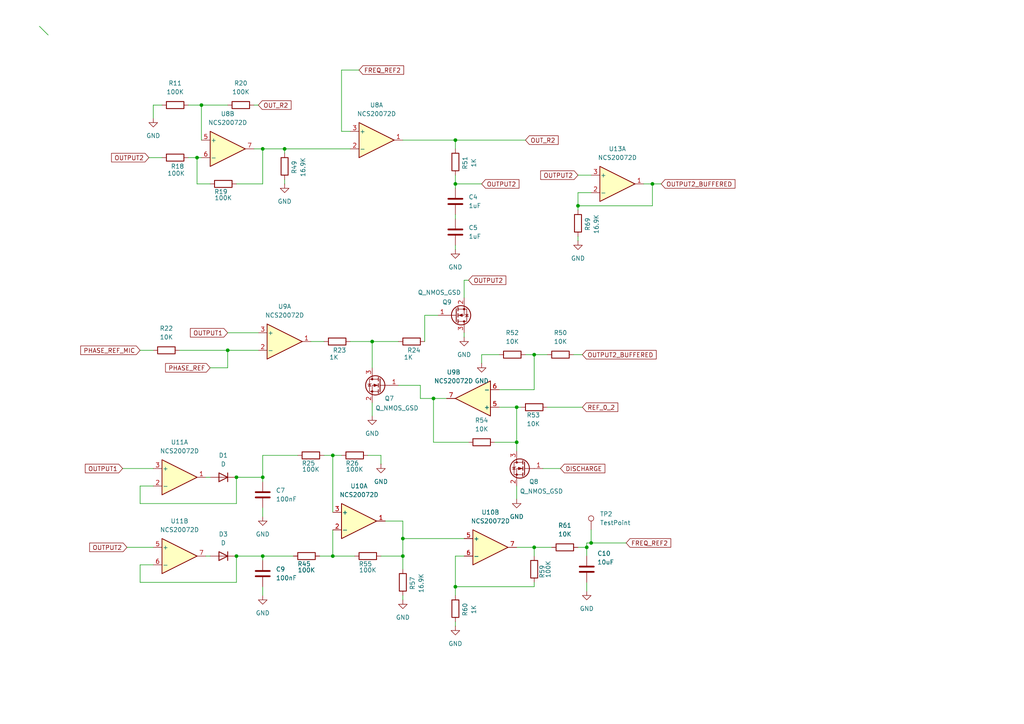
<source format=kicad_sch>
(kicad_sch (version 20250114) (generator "eeschema") (generator_version "9.0")
  (paper "A4")
  (lib_symbols
    (symbol "Amplifier_Operational:NCS20072D" (pin_names (offset 0.127))
      (property "Reference" "U" (at 2.54 6.35 0))
      (property "Value" "NCS20072D" (at 2.54 3.81 0))
      (symbol "NCS20072D_1_1"
        (polyline (pts (xy 5.08 0) (xy -5.08 5.08) (xy -5.08 -5.08) (xy 5.08 0)) (stroke (width 0.254)) (fill (type background)))
        (pin input line (at -7.62 2.54 0) (length 2.54) (name "+") (number "3"))
        (pin input line (at -7.62 -2.54 0) (length 2.54) (name "-") (number "2"))
        (pin output line (at 7.62 0 180) (length 2.54) (name "~") (number "1"))
      )
      (symbol "NCS20072D_2_1"
        (polyline (pts (xy 5.08 0) (xy -5.08 5.08) (xy -5.08 -5.08) (xy 5.08 0)) (stroke (width 0.254)) (fill (type background)))
        (pin input line (at -7.62 2.54 0) (length 2.54) (name "+") (number "5"))
        (pin input line (at -7.62 -2.54 0) (length 2.54) (name "-") (number "6"))
        (pin output line (at 7.62 0 180) (length 2.54) (name "~") (number "7"))
      )
      (symbol "NCS20072D_3_1"
        (pin power_in line (at 0 7.62 270) (length 3.81) (name "V+") (number "8"))
        (pin power_in line (at 0 -7.62 90) (length 3.81) (name "V-") (number "4"))
      )
    )
    (symbol "Connector:TestPoint" (pin_numbers (hide yes)) (pin_names (offset 0.762) (hide yes))
      (property "Reference" "TP" (at 0 6.858 0))
      (property "Value" "TestPoint" (at 0 5.08 0))
      (symbol "TestPoint_0_1"
        (circle (center 0 3.302) (radius 0.762))
      )
      (symbol "TestPoint_1_1"
        (pin passive line (at 0 0 90) (length 2.54) (name "1") (number "1"))
      )
    )
    (symbol "Device:C" (pin_numbers (hide yes)) (pin_names (offset 0.254))
      (property "Reference" "C" (at 0.635 2.54 0))
      (property "Value" "C" (at 0.635 -2.54 0))
      (symbol "C_0_1"
        (polyline (pts (xy -2.032 0.762) (xy 2.032 0.762)) (stroke (width 0.508)))
        (polyline (pts (xy -2.032 -0.762) (xy 2.032 -0.762)) (stroke (width 0.508)))
      )
      (symbol "C_1_1"
        (pin passive line (at 0 3.81 270) (length 2.794) (name "~") (number "1"))
        (pin passive line (at 0 -3.81 90) (length 2.794) (name "~") (number "2"))
      )
    )
    (symbol "Device:D" (pin_numbers (hide yes)) (pin_names (offset 1.016) (hide yes))
      (property "Reference" "D" (at 0 2.54 0))
      (property "Value" "D" (at 0 -2.54 0))
      (symbol "D_0_1"
        (polyline (pts (xy -1.27 1.27) (xy -1.27 -1.27)) (stroke (width 0.254)))
        (polyline (pts (xy 1.27 1.27) (xy 1.27 -1.27) (xy -1.27 0) (xy 1.27 1.27)) (stroke (width 0.254)))
        (polyline (pts (xy 1.27 0) (xy -1.27 0)))
      )
      (symbol "D_1_1"
        (pin passive line (at -3.81 0 0) (length 2.54) (name "K") (number "1"))
        (pin passive line (at 3.81 0 180) (length 2.54) (name "A") (number "2"))
      )
    )
    (symbol "Device:Q_NMOS_GSD" (pin_names (offset 0) (hide yes))
      (property "Reference" "Q" (at 5.08 1.27 0))
      (property "Value" "Q_NMOS_GSD" (at 5.08 -1.27 0))
      (symbol "Q_NMOS_GSD_0_1"
        (polyline (pts (xy 0.254 1.905) (xy 0.254 -1.905)) (stroke (width 0.254)))
        (polyline (pts (xy 0.254 0) (xy -2.54 0)))
        (polyline (pts (xy 0.762 2.286) (xy 0.762 1.27)) (stroke (width 0.254)))
        (polyline (pts (xy 0.762 0.508) (xy 0.762 -0.508)) (stroke (width 0.254)))
        (polyline (pts (xy 0.762 -1.27) (xy 0.762 -2.286)) (stroke (width 0.254)))
        (polyline (pts (xy 0.762 -1.778) (xy 3.302 -1.778) (xy 3.302 1.778) (xy 0.762 1.778)))
        (polyline (pts (xy 1.016 0) (xy 2.032 0.381) (xy 2.032 -0.381) (xy 1.016 0)) (fill (type outline)))
        (circle (center 1.651 0) (radius 2.794) (stroke (width 0.254)))
        (polyline (pts (xy 2.54 2.54) (xy 2.54 1.778)))
        (circle (center 2.54 1.778) (radius 0.254) (fill (type outline)))
        (circle (center 2.54 -1.778) (radius 0.254) (fill (type outline)))
        (polyline (pts (xy 2.54 -2.54) (xy 2.54 0) (xy 0.762 0)))
        (polyline (pts (xy 2.794 0.508) (xy 2.921 0.381) (xy 3.683 0.381) (xy 3.81 0.254)))
        (polyline (pts (xy 3.302 0.381) (xy 2.921 -0.254) (xy 3.683 -0.254) (xy 3.302 0.381)))
      )
      (symbol "Q_NMOS_GSD_1_1"
        (pin input line (at -5.08 0 0) (length 2.54) (name "G") (number "1"))
        (pin passive line (at 2.54 5.08 270) (length 2.54) (name "D") (number "3"))
        (pin passive line (at 2.54 -5.08 90) (length 2.54) (name "S") (number "2"))
      )
    )
    (symbol "Device:R" (pin_numbers (hide yes)) (pin_names (offset 0))
      (property "Reference" "R" (at 2.032 0 90))
      (property "Value" "R" (at 0 0 90))
      (symbol "R_0_1"
        (rectangle (start -1.016 -2.54) (end 1.016 2.54) (stroke (width 0.254)))
      )
      (symbol "R_1_1"
        (pin passive line (at 0 3.81 270) (length 1.27) (name "~") (number "1"))
        (pin passive line (at 0 -3.81 90) (length 1.27) (name "~") (number "2"))
      )
    )
    (symbol "power:GND" (power) (pin_numbers (hide yes)) (pin_names (offset 0) (hide yes))
      (property "Value" "GND" (at 0 -3.81 0))
      (symbol "GND_0_1"
        (polyline (pts (xy 0 0) (xy 0 -1.27) (xy 1.27 -1.27) (xy 0 -2.54) (xy -1.27 -1.27) (xy 0 -1.27)))
      )
      (symbol "GND_1_1"
        (pin power_in line (at 0 0 270) (length 0) (name "~") (number "1"))
      )
    )
  )
  (junction (at 149.86 128.27))
  (junction (at 132.08 170.18))
  (junction (at 76.2 43.18))
  (junction (at 96.52 132.08))
  (junction (at 132.08 53.34))
  (junction (at 189.23 53.34))
  (junction (at 167.64 59.69))
  (junction (at 132.08 40.64))
  (junction (at 116.84 161.29))
  (junction (at 76.2 138.43))
  (junction (at 57.15 45.72))
  (junction (at 76.2 161.29))
  (junction (at 149.86 118.11))
  (junction (at 154.94 102.87))
  (junction (at 107.95 99.06))
  (junction (at 66.04 101.6))
  (junction (at 116.84 156.21))
  (junction (at 68.58 138.43))
  (junction (at 96.52 161.29))
  (junction (at 154.94 158.75))
  (junction (at 68.58 161.29))
  (junction (at 58.42 30.48))
  (junction (at 125.73 115.57))
  (junction (at 171.45 157.48))
  (junction (at 170.18 158.75))
  (junction (at 82.55 43.18))
  (bus_entry (at 11.43 7.62) (size 2.54 2.54))
  (wire (pts (xy 149.86 140.97) (xy 149.86 144.78)))
  (wire (pts (xy 99.06 38.1) (xy 101.6 38.1)))
  (wire (pts (xy 60.96 161.29) (xy 59.69 161.29)))
  (wire (pts (xy 66.04 101.6) (xy 74.93 101.6)))
  (wire (pts (xy 116.84 40.64) (xy 132.08 40.64)))
  (wire (pts (xy 76.2 43.18) (xy 82.55 43.18)))
  (wire (pts (xy 132.08 161.29) (xy 134.62 161.29)))
  (wire (pts (xy 144.78 113.03) (xy 154.94 113.03)))
  (wire (pts (xy 73.66 30.48) (xy 74.93 30.48)))
  (wire (pts (xy 76.2 138.43) (xy 76.2 132.08)))
  (wire (pts (xy 167.64 59.69) (xy 167.64 60.96)))
  (wire (pts (xy 66.04 106.68) (xy 66.04 101.6)))
  (wire (pts (xy 116.84 151.13) (xy 111.76 151.13)))
  (wire (pts (xy 76.2 161.29) (xy 85.09 161.29)))
  (wire (pts (xy 35.56 135.89) (xy 44.45 135.89)))
  (wire (pts (xy 189.23 53.34) (xy 191.77 53.34)))
  (wire (pts (xy 76.2 132.08) (xy 86.36 132.08)))
  (wire (pts (xy 167.64 55.88) (xy 171.45 55.88)))
  (wire (pts (xy 143.51 128.27) (xy 149.86 128.27)))
  (wire (pts (xy 110.49 161.29) (xy 116.84 161.29)))
  (wire (pts (xy 116.84 151.13) (xy 116.84 156.21)))
  (wire (pts (xy 76.2 161.29) (xy 76.2 162.56)))
  (wire (pts (xy 167.64 59.69) (xy 189.23 59.69)))
  (wire (pts (xy 132.08 53.34) (xy 132.08 54.61)))
  (wire (pts (xy 149.86 128.27) (xy 149.86 118.11)))
  (wire (pts (xy 135.89 81.28) (xy 134.62 81.28)))
  (wire (pts (xy 181.61 157.48) (xy 171.45 157.48)))
  (wire (pts (xy 158.75 118.11) (xy 168.91 118.11)))
  (wire (pts (xy 189.23 59.69) (xy 189.23 53.34)))
  (wire (pts (xy 134.62 81.28) (xy 134.62 86.36)))
  (wire (pts (xy 171.45 153.67) (xy 171.45 157.48)))
  (wire (pts (xy 170.18 157.48) (xy 170.18 158.75)))
  (wire (pts (xy 40.64 168.91) (xy 40.64 163.83)))
  (wire (pts (xy 154.94 168.91) (xy 154.94 170.18)))
  (wire (pts (xy 68.58 138.43) (xy 68.58 146.05)))
  (wire (pts (xy 125.73 128.27) (xy 125.73 115.57)))
  (wire (pts (xy 123.19 91.44) (xy 127 91.44)))
  (wire (pts (xy 96.52 161.29) (xy 96.52 153.67)))
  (wire (pts (xy 116.84 156.21) (xy 116.84 161.29)))
  (wire (pts (xy 121.92 111.76) (xy 115.57 111.76)))
  (wire (pts (xy 110.49 134.62) (xy 110.49 132.08)))
  (wire (pts (xy 134.62 96.52) (xy 134.62 97.79)))
  (wire (pts (xy 60.96 138.43) (xy 59.69 138.43)))
  (wire (pts (xy 170.18 168.91) (xy 170.18 171.45)))
  (wire (pts (xy 166.37 102.87) (xy 168.91 102.87)))
  (wire (pts (xy 152.4 102.87) (xy 154.94 102.87)))
  (wire (pts (xy 149.86 118.11) (xy 151.13 118.11)))
  (wire (pts (xy 132.08 40.64) (xy 152.4 40.64)))
  (wire (pts (xy 132.08 72.39) (xy 132.08 71.12)))
  (wire (pts (xy 125.73 115.57) (xy 129.54 115.57)))
  (wire (pts (xy 132.08 172.72) (xy 132.08 170.18)))
  (wire (pts (xy 44.45 30.48) (xy 46.99 30.48)))
  (wire (pts (xy 73.66 43.18) (xy 76.2 43.18)))
  (wire (pts (xy 189.23 53.34) (xy 186.69 53.34)))
  (wire (pts (xy 58.42 30.48) (xy 66.04 30.48)))
  (wire (pts (xy 52.07 101.6) (xy 66.04 101.6)))
  (wire (pts (xy 57.15 53.34) (xy 60.96 53.34)))
  (wire (pts (xy 132.08 62.23) (xy 132.08 63.5)))
  (wire (pts (xy 93.98 132.08) (xy 96.52 132.08)))
  (wire (pts (xy 149.86 128.27) (xy 149.86 130.81)))
  (wire (pts (xy 135.89 128.27) (xy 125.73 128.27)))
  (wire (pts (xy 68.58 161.29) (xy 76.2 161.29)))
  (wire (pts (xy 170.18 158.75) (xy 170.18 161.29)))
  (wire (pts (xy 76.2 147.32) (xy 76.2 149.86)))
  (wire (pts (xy 132.08 40.64) (xy 132.08 43.18)))
  (wire (pts (xy 43.18 45.72) (xy 46.99 45.72)))
  (wire (pts (xy 40.64 101.6) (xy 44.45 101.6)))
  (wire (pts (xy 132.08 170.18) (xy 132.08 161.29)))
  (wire (pts (xy 96.52 132.08) (xy 96.52 148.59)))
  (wire (pts (xy 96.52 132.08) (xy 99.06 132.08)))
  (wire (pts (xy 123.19 99.06) (xy 123.19 91.44)))
  (wire (pts (xy 132.08 180.34) (xy 132.08 181.61)))
  (wire (pts (xy 57.15 45.72) (xy 58.42 45.72)))
  (wire (pts (xy 36.83 158.75) (xy 44.45 158.75)))
  (wire (pts (xy 68.58 168.91) (xy 40.64 168.91)))
  (wire (pts (xy 154.94 170.18) (xy 132.08 170.18)))
  (wire (pts (xy 154.94 113.03) (xy 154.94 102.87)))
  (wire (pts (xy 40.64 146.05) (xy 40.64 140.97)))
  (wire (pts (xy 132.08 53.34) (xy 139.7 53.34)))
  (wire (pts (xy 40.64 163.83) (xy 44.45 163.83)))
  (wire (pts (xy 96.52 161.29) (xy 102.87 161.29)))
  (wire (pts (xy 116.84 161.29) (xy 116.84 165.1)))
  (wire (pts (xy 82.55 52.07) (xy 82.55 53.34)))
  (wire (pts (xy 149.86 158.75) (xy 154.94 158.75)))
  (wire (pts (xy 68.58 53.34) (xy 76.2 53.34)))
  (wire (pts (xy 66.04 96.52) (xy 74.93 96.52)))
  (wire (pts (xy 116.84 156.21) (xy 134.62 156.21)))
  (wire (pts (xy 167.64 55.88) (xy 167.64 59.69)))
  (wire (pts (xy 121.92 115.57) (xy 121.92 111.76)))
  (wire (pts (xy 116.84 172.72) (xy 116.84 173.99)))
  (wire (pts (xy 144.78 118.11) (xy 149.86 118.11)))
  (wire (pts (xy 167.64 68.58) (xy 167.64 69.85)))
  (wire (pts (xy 139.7 102.87) (xy 144.78 102.87)))
  (wire (pts (xy 167.64 158.75) (xy 170.18 158.75)))
  (wire (pts (xy 154.94 158.75) (xy 160.02 158.75)))
  (wire (pts (xy 60.96 106.68) (xy 66.04 106.68)))
  (wire (pts (xy 68.58 146.05) (xy 40.64 146.05)))
  (wire (pts (xy 167.64 50.8) (xy 171.45 50.8)))
  (wire (pts (xy 76.2 170.18) (xy 76.2 172.72)))
  (wire (pts (xy 154.94 158.75) (xy 154.94 161.29)))
  (wire (pts (xy 125.73 115.57) (xy 121.92 115.57)))
  (wire (pts (xy 40.64 140.97) (xy 44.45 140.97)))
  (wire (pts (xy 44.45 30.48) (xy 44.45 34.29)))
  (wire (pts (xy 92.71 161.29) (xy 96.52 161.29)))
  (wire (pts (xy 68.58 138.43) (xy 76.2 138.43)))
  (wire (pts (xy 76.2 138.43) (xy 76.2 139.7)))
  (wire (pts (xy 68.58 161.29) (xy 68.58 168.91)))
  (wire (pts (xy 110.49 132.08) (xy 106.68 132.08)))
  (wire (pts (xy 104.14 20.32) (xy 99.06 20.32)))
  (wire (pts (xy 101.6 99.06) (xy 107.95 99.06)))
  (wire (pts (xy 171.45 157.48) (xy 170.18 157.48)))
  (wire (pts (xy 154.94 102.87) (xy 158.75 102.87)))
  (wire (pts (xy 82.55 43.18) (xy 82.55 44.45)))
  (wire (pts (xy 90.17 99.06) (xy 93.98 99.06)))
  (wire (pts (xy 107.95 99.06) (xy 115.57 99.06)))
  (wire (pts (xy 157.48 135.89) (xy 162.56 135.89)))
  (wire (pts (xy 139.7 105.41) (xy 139.7 102.87)))
  (wire (pts (xy 99.06 20.32) (xy 99.06 38.1)))
  (wire (pts (xy 132.08 50.8) (xy 132.08 53.34)))
  (wire (pts (xy 107.95 99.06) (xy 107.95 106.68)))
  (wire (pts (xy 82.55 43.18) (xy 101.6 43.18)))
  (wire (pts (xy 57.15 45.72) (xy 57.15 53.34)))
  (wire (pts (xy 54.61 30.48) (xy 58.42 30.48)))
  (wire (pts (xy 58.42 30.48) (xy 58.42 40.64)))
  (wire (pts (xy 54.61 45.72) (xy 57.15 45.72)))
  (wire (pts (xy 76.2 53.34) (xy 76.2 43.18)))
  (wire (pts (xy 107.95 116.84) (xy 107.95 120.65)))
  (global_label "OUTPUT2" (shape input) (at 139.7 53.34 0) (property "Intersheetrefs" "${INTERSHEET_REFS}" (effects (hide yes))))
  (global_label "REF_0_2" (shape input) (at 168.91 118.11 0) (property "Intersheetrefs" "${INTERSHEET_REFS}" (effects (hide yes))))
  (global_label "OUTPUT1" (shape input) (at 66.04 96.52 180) (property "Intersheetrefs" "${INTERSHEET_REFS}" (effects (hide yes))))
  (global_label "OUTPUT1" (shape input) (at 35.56 135.89 180) (property "Intersheetrefs" "${INTERSHEET_REFS}" (effects (hide yes))))
  (global_label "PHASE_REF_MIC" (shape input) (at 40.64 101.6 180) (property "Intersheetrefs" "${INTERSHEET_REFS}" (effects (hide yes))))
  (global_label "OUTPUT2" (shape input) (at 167.64 50.8 180) (property "Intersheetrefs" "${INTERSHEET_REFS}" (effects (hide yes))))
  (global_label "DISCHARGE" (shape input) (at 162.56 135.89 0) (property "Intersheetrefs" "${INTERSHEET_REFS}" (effects (hide yes))))
  (global_label "PHASE_REF" (shape input) (at 60.96 106.68 180) (property "Intersheetrefs" "${INTERSHEET_REFS}" (effects (hide yes))))
  (global_label "OUTPUT2" (shape input) (at 43.18 45.72 180) (property "Intersheetrefs" "${INTERSHEET_REFS}" (effects (hide yes))))
  (global_label "OUTPUT2" (shape input) (at 36.83 158.75 180) (property "Intersheetrefs" "${INTERSHEET_REFS}" (effects (hide yes))))
  (global_label "OUT_R2" (shape input) (at 74.93 30.48 0) (property "Intersheetrefs" "${INTERSHEET_REFS}" (effects (hide yes))))
  (global_label "OUT_R2" (shape input) (at 152.4 40.64 0) (property "Intersheetrefs" "${INTERSHEET_REFS}" (effects (hide yes))))
  (global_label "OUTPUT2_BUFFERED" (shape input) (at 168.91 102.87 0) (property "Intersheetrefs" "${INTERSHEET_REFS}" (effects (hide yes))))
  (global_label "FREQ_REF2" (shape input) (at 104.14 20.32 0) (property "Intersheetrefs" "${INTERSHEET_REFS}" (effects (hide yes))))
  (global_label "FREQ_REF2" (shape input) (at 181.61 157.48 0) (property "Intersheetrefs" "${INTERSHEET_REFS}" (effects (hide yes))))
  (global_label "OUTPUT2" (shape input) (at 135.89 81.28 0) (property "Intersheetrefs" "${INTERSHEET_REFS}" (effects (hide yes))))
  (global_label "OUTPUT2_BUFFERED" (shape input) (at 191.77 53.34 0) (property "Intersheetrefs" "${INTERSHEET_REFS}" (effects (hide yes))))
  (symbol (lib_id "power:GND") (at 139.7 105.41 0) (unit 1)
    (property "Reference" "#PWR013" (effects (hide yes)))
    (property "Value" "GND" (at 139.7 110.49 0))
    (property "Description" "Power symbol creates a global label with name \"GND\" , ground" (effects (hide yes)))
  )
  (symbol (lib_id "Connector:TestPoint") (at 171.45 153.67 0) (unit 1)
    (property "Reference" "TP2" (at 173.99 149.0979 0) (effects (justify left)))
    (property "Value" "TestPoint" (at 173.99 151.6379 0) (effects (justify left)))
    (property "Footprint" "TestPoint:TestPoint_THTPad_1.0x1.0mm_Drill0.5mm" (effects (hide yes)))
    (property "Description" "test point" (effects (hide yes)))
  )
  (symbol (lib_id "Device:R") (at 154.94 165.1 180) (unit 1)
    (property "Reference" "R59" (at 157.226 163.83 90) (effects (justify left)))
    (property "Value" "100K" (at 159.004 162.56 90) (effects (justify left)))
    (property "Footprint" "Resistor_SMD:R_0603_1608Metric" (effects (hide yes)))
    (property "Description" "Resistor" (effects (hide yes)))
  )
  (symbol (lib_id "Device:R") (at 139.7 128.27 90) (unit 1)
    (property "Reference" "R54" (at 139.7 121.92 90))
    (property "Value" "10K" (at 139.7 124.46 90))
    (property "Footprint" "Resistor_SMD:R_0603_1608Metric" (effects (hide yes)))
    (property "Description" "Resistor" (effects (hide yes)))
  )
  (symbol (lib_id "Device:D") (at 64.77 138.43 180) (unit 1)
    (property "Reference" "D1" (at 64.77 132.08 0))
    (property "Value" "D" (at 64.77 134.62 0))
    (property "Footprint" "Diode_SMD:D_SMA" (effects (hide yes)))
    (property "Description" "Diode" (effects (hide yes)))
    (property "Sim.Device" "D" (effects (hide yes)))
    (property "Sim.Pins" "1=K 2=A" (effects (hide yes)))
  )
  (symbol (lib_id "Device:R") (at 88.9 161.29 90) (unit 1)
    (property "Reference" "R45" (at 90.17 163.576 90) (effects (justify left)))
    (property "Value" "100K" (at 91.44 165.354 90) (effects (justify left)))
    (property "Footprint" "Resistor_SMD:R_0603_1608Metric" (effects (hide yes)))
    (property "Description" "Resistor" (effects (hide yes)))
  )
  (symbol (lib_id "Device:Q_NMOS_GSD") (at 152.4 135.89 0) (mirror y) (unit 1)
    (property "Reference" "Q8" (at 156.21 139.7 0) (effects (justify left)))
    (property "Value" "Q_NMOS_GSD" (at 163.322 142.494 0) (effects (justify left)))
    (property "Footprint" "Package_TO_SOT_SMD:SOT-23" (effects (hide yes)))
    (property "Description" "N-MOSFET transistor, gate/source/drain" (effects (hide yes)))
  )
  (symbol (lib_id "Device:R") (at 132.08 46.99 180) (unit 1)
    (property "Reference" "R51" (at 134.874 47.244 90))
    (property "Value" "1K" (at 137.414 47.244 90))
    (property "Footprint" "Resistor_SMD:R_0603_1608Metric" (effects (hide yes)))
    (property "Description" "Resistor" (effects (hide yes)))
  )
  (symbol (lib_id "Device:R") (at 50.8 30.48 90) (unit 1)
    (property "Reference" "R11" (at 50.8 24.13 90))
    (property "Value" "100K" (at 50.8 26.67 90))
    (property "Footprint" "Resistor_SMD:R_0603_1608Metric" (effects (hide yes)))
    (property "Description" "Resistor" (effects (hide yes)))
  )
  (symbol (lib_id "Device:Q_NMOS_GSD") (at 110.49 111.76 0) (mirror y) (unit 1)
    (property "Reference" "Q7" (at 114.3 115.57 0) (effects (justify left)))
    (property "Value" "Q_NMOS_GSD" (at 121.412 118.364 0) (effects (justify left)))
    (property "Footprint" "Package_TO_SOT_SMD:SOT-23" (effects (hide yes)))
    (property "Description" "N-MOSFET transistor, gate/source/drain" (effects (hide yes)))
  )
  (symbol (lib_id "Device:R") (at 119.38 99.06 270) (unit 1)
    (property "Reference" "R24" (at 118.11 101.6 90) (effects (justify left)))
    (property "Value" "1K" (at 117.094 103.632 90) (effects (justify left)))
    (property "Footprint" "Resistor_SMD:R_0603_1608Metric" (effects (hide yes)))
    (property "Description" "Resistor" (effects (hide yes)))
  )
  (symbol (lib_id "Device:R") (at 148.59 102.87 90) (unit 1)
    (property "Reference" "R52" (at 148.59 96.52 90))
    (property "Value" "10K" (at 148.59 99.06 90))
    (property "Footprint" "Resistor_SMD:R_0603_1608Metric" (effects (hide yes)))
    (property "Description" "Resistor" (effects (hide yes)))
  )
  (symbol (lib_id "Amplifier_Operational:NCS20072D") (at 104.14 151.13 0) (unit 1)
    (property "Reference" "U10" (at 104.14 140.97 0))
    (property "Value" "NCS20072D" (at 104.14 143.51 0))
    (property "Footprint" "Package_SO:SOIC-8_3.9x4.9mm_P1.27mm" (effects (hide yes)))
    (property "Datasheet" "https://www.onsemi.com/pub/Collateral/NCS20071-D.PDF" (effects (hide yes)))
    (property "Description" "Dual, 2.8V/µs, Rail-to-Rail Output, SOIC-8" (effects (hide yes)))
  )
  (symbol (lib_id "Device:R") (at 154.94 118.11 90) (unit 1)
    (property "Reference" "R53" (at 154.686 120.396 90))
    (property "Value" "10K" (at 154.686 122.936 90))
    (property "Footprint" "Resistor_SMD:R_0603_1608Metric" (effects (hide yes)))
    (property "Description" "Resistor" (effects (hide yes)))
  )
  (symbol (lib_id "Amplifier_Operational:NCS20072D") (at 109.22 40.64 0) (unit 1)
    (property "Reference" "U8" (at 109.22 30.48 0))
    (property "Value" "NCS20072D" (at 109.22 33.02 0))
    (property "Footprint" "Package_SO:SOIC-8_3.9x4.9mm_P1.27mm" (effects (hide yes)))
    (property "Datasheet" "https://www.onsemi.com/pub/Collateral/NCS20071-D.PDF" (effects (hide yes)))
    (property "Description" "Dual, 2.8V/µs, Rail-to-Rail Output, SOIC-8" (effects (hide yes)))
  )
  (symbol (lib_id "Device:R") (at 162.56 102.87 90) (unit 1)
    (property "Reference" "R50" (at 162.56 96.52 90))
    (property "Value" "10K" (at 162.56 99.06 90))
    (property "Footprint" "Resistor_SMD:R_0603_1608Metric" (effects (hide yes)))
    (property "Description" "Resistor" (effects (hide yes)))
  )
  (symbol (lib_id "Device:R") (at 50.8 45.72 270) (unit 1)
    (property "Reference" "R18" (at 49.53 48.26 90) (effects (justify left)))
    (property "Value" "100K" (at 48.514 50.292 90) (effects (justify left)))
    (property "Footprint" "Resistor_SMD:R_0603_1608Metric" (effects (hide yes)))
    (property "Description" "Resistor" (effects (hide yes)))
  )
  (symbol (lib_id "Device:C") (at 132.08 67.31 0) (unit 1)
    (property "Reference" "C5" (at 135.89 66.0399 0) (effects (justify left)))
    (property "Value" "1uF" (at 135.89 68.5799 0) (effects (justify left)))
    (property "Footprint" "Capacitor_SMD:C_0603_1608Metric" (effects (hide yes)))
    (property "Description" "Unpolarized capacitor" (effects (hide yes)))
  )
  (symbol (lib_id "power:GND") (at 44.45 34.29 0) (unit 1)
    (property "Reference" "#PWR07" (effects (hide yes)))
    (property "Value" "GND" (at 44.45 39.37 0))
    (property "Description" "Power symbol creates a global label with name \"GND\" , ground" (effects (hide yes)))
  )
  (symbol (lib_id "Device:R") (at 116.84 168.91 180) (unit 1)
    (property "Reference" "R57" (at 119.634 169.164 90))
    (property "Value" "16.9K" (at 122.174 169.164 90))
    (property "Footprint" "Resistor_SMD:R_0603_1608Metric" (effects (hide yes)))
    (property "Description" "Resistor" (effects (hide yes)))
  )
  (symbol (lib_id "Amplifier_Operational:NCS20072D") (at 142.24 158.75 0) (unit 2)
    (property "Reference" "U10" (at 142.24 148.59 0))
    (property "Value" "NCS20072D" (at 142.24 151.13 0))
    (property "Footprint" "Package_SO:SOIC-8_3.9x4.9mm_P1.27mm" (effects (hide yes)))
    (property "Datasheet" "https://www.onsemi.com/pub/Collateral/NCS20071-D.PDF" (effects (hide yes)))
    (property "Description" "Dual, 2.8V/µs, Rail-to-Rail Output, SOIC-8" (effects (hide yes)))
  )
  (symbol (lib_id "Device:R") (at 102.87 132.08 90) (unit 1)
    (property "Reference" "R26" (at 104.14 134.366 90) (effects (justify left)))
    (property "Value" "100K" (at 105.41 136.144 90) (effects (justify left)))
    (property "Footprint" "Resistor_SMD:R_0603_1608Metric" (effects (hide yes)))
    (property "Description" "Resistor" (effects (hide yes)))
  )
  (symbol (lib_id "Device:R") (at 64.77 53.34 90) (unit 1)
    (property "Reference" "R19" (at 66.04 55.626 90) (effects (justify left)))
    (property "Value" "100K" (at 67.31 57.404 90) (effects (justify left)))
    (property "Footprint" "Resistor_SMD:R_0603_1608Metric" (effects (hide yes)))
    (property "Description" "Resistor" (effects (hide yes)))
  )
  (symbol (lib_id "Device:C") (at 132.08 58.42 0) (unit 1)
    (property "Reference" "C4" (at 135.89 57.1499 0) (effects (justify left)))
    (property "Value" "1uF" (at 135.89 59.6899 0) (effects (justify left)))
    (property "Footprint" "Capacitor_SMD:C_0603_1608Metric" (effects (hide yes)))
    (property "Description" "Unpolarized capacitor" (effects (hide yes)))
  )
  (symbol (lib_id "Device:R") (at 69.85 30.48 90) (unit 1)
    (property "Reference" "R20" (at 69.85 24.13 90))
    (property "Value" "100K" (at 69.85 26.67 90))
    (property "Footprint" "Resistor_SMD:R_0603_1608Metric" (effects (hide yes)))
    (property "Description" "Resistor" (effects (hide yes)))
  )
  (symbol (lib_id "Amplifier_Operational:NCS20072D") (at 66.04 43.18 0) (unit 2)
    (property "Reference" "U8" (at 66.04 33.02 0))
    (property "Value" "NCS20072D" (at 66.04 35.56 0))
    (property "Footprint" "Package_SO:SOIC-8_3.9x4.9mm_P1.27mm" (effects (hide yes)))
    (property "Datasheet" "https://www.onsemi.com/pub/Collateral/NCS20071-D.PDF" (effects (hide yes)))
    (property "Description" "Dual, 2.8V/µs, Rail-to-Rail Output, SOIC-8" (effects (hide yes)))
  )
  (symbol (lib_id "power:GND") (at 132.08 72.39 0) (unit 1)
    (property "Reference" "#PWR012" (effects (hide yes)))
    (property "Value" "GND" (at 132.08 77.47 0))
    (property "Description" "Power symbol creates a global label with name \"GND\" , ground" (effects (hide yes)))
  )
  (symbol (lib_id "Device:R") (at 132.08 176.53 180) (unit 1)
    (property "Reference" "R60" (at 134.874 176.784 90))
    (property "Value" "1K" (at 137.414 176.784 90))
    (property "Footprint" "Resistor_SMD:R_0603_1608Metric" (effects (hide yes)))
    (property "Description" "Resistor" (effects (hide yes)))
  )
  (symbol (lib_id "Device:C") (at 76.2 166.37 0) (unit 1)
    (property "Reference" "C9" (at 80.01 165.0999 0) (effects (justify left)))
    (property "Value" "100nF" (at 80.01 167.6399 0) (effects (justify left)))
    (property "Footprint" "Capacitor_SMD:C_0603_1608Metric" (effects (hide yes)))
    (property "Description" "Unpolarized capacitor" (effects (hide yes)))
  )
  (symbol (lib_id "power:GND") (at 170.18 171.45 0) (unit 1)
    (property "Reference" "#PWR069" (effects (hide yes)))
    (property "Value" "GND" (at 170.18 176.53 0))
    (property "Description" "Power symbol creates a global label with name \"GND\" , ground" (effects (hide yes)))
  )
  (symbol (lib_id "power:GND") (at 110.49 134.62 0) (unit 1)
    (property "Reference" "#PWR059" (effects (hide yes)))
    (property "Value" "GND" (at 110.49 139.7 0))
    (property "Description" "Power symbol creates a global label with name \"GND\" , ground" (effects (hide yes)))
  )
  (symbol (lib_id "power:GND") (at 134.62 97.79 0) (unit 1)
    (property "Reference" "#PWR018" (effects (hide yes)))
    (property "Value" "GND" (at 134.62 102.87 0))
    (property "Description" "Power symbol creates a global label with name \"GND\" , ground" (effects (hide yes)))
  )
  (symbol (lib_id "Amplifier_Operational:NCS20072D") (at 52.07 138.43 0) (unit 1)
    (property "Reference" "U11" (at 52.07 128.27 0))
    (property "Value" "NCS20072D" (at 52.07 130.81 0))
    (property "Footprint" "Package_SO:SOIC-8_3.9x4.9mm_P1.27mm" (effects (hide yes)))
    (property "Datasheet" "https://www.onsemi.com/pub/Collateral/NCS20071-D.PDF" (effects (hide yes)))
    (property "Description" "Dual, 2.8V/µs, Rail-to-Rail Output, SOIC-8" (effects (hide yes)))
  )
  (symbol (lib_id "Amplifier_Operational:NCS20072D") (at 137.16 115.57 180) (unit 2)
    (property "Reference" "U9" (at 131.572 107.95 0))
    (property "Value" "NCS20072D" (at 131.572 110.49 0))
    (property "Footprint" "Package_SO:SOIC-8_3.9x4.9mm_P1.27mm" (effects (hide yes)))
    (property "Datasheet" "https://www.onsemi.com/pub/Collateral/NCS20071-D.PDF" (effects (hide yes)))
    (property "Description" "Dual, 2.8V/µs, Rail-to-Rail Output, SOIC-8" (effects (hide yes)))
  )
  (symbol (lib_id "Device:Q_NMOS_GSD") (at 132.08 91.44 0) (mirror x) (unit 1)
    (property "Reference" "Q9" (at 128.27 87.63 0) (effects (justify left)))
    (property "Value" "Q_NMOS_GSD" (at 121.158 84.836 0) (effects (justify left)))
    (property "Footprint" "Package_TO_SOT_SMD:SOT-23" (effects (hide yes)))
    (property "Description" "N-MOSFET transistor, gate/source/drain" (effects (hide yes)))
  )
  (symbol (lib_id "power:GND") (at 76.2 149.86 0) (unit 1)
    (property "Reference" "#PWR041" (effects (hide yes)))
    (property "Value" "GND" (at 76.2 154.94 0))
    (property "Description" "Power symbol creates a global label with name \"GND\" , ground" (effects (hide yes)))
  )
  (symbol (lib_id "power:GND") (at 167.64 69.85 0) (unit 1)
    (property "Reference" "#PWR037" (effects (hide yes)))
    (property "Value" "GND" (at 167.64 74.93 0))
    (property "Description" "Power symbol creates a global label with name \"GND\" , ground" (effects (hide yes)))
  )
  (symbol (lib_id "Amplifier_Operational:NCS20072D") (at 52.07 161.29 0) (unit 2)
    (property "Reference" "U11" (at 52.07 151.13 0))
    (property "Value" "NCS20072D" (at 52.07 153.67 0))
    (property "Footprint" "Package_SO:SOIC-8_3.9x4.9mm_P1.27mm" (effects (hide yes)))
    (property "Datasheet" "https://www.onsemi.com/pub/Collateral/NCS20071-D.PDF" (effects (hide yes)))
    (property "Description" "Dual, 2.8V/µs, Rail-to-Rail Output, SOIC-8" (effects (hide yes)))
  )
  (symbol (lib_id "power:GND") (at 76.2 172.72 0) (unit 1)
    (property "Reference" "#PWR053" (effects (hide yes)))
    (property "Value" "GND" (at 76.2 177.8 0))
    (property "Description" "Power symbol creates a global label with name \"GND\" , ground" (effects (hide yes)))
  )
  (symbol (lib_id "power:GND") (at 107.95 120.65 0) (unit 1)
    (property "Reference" "#PWR014" (effects (hide yes)))
    (property "Value" "GND" (at 107.95 125.73 0))
    (property "Description" "Power symbol creates a global label with name \"GND\" , ground" (effects (hide yes)))
  )
  (symbol (lib_id "power:GND") (at 132.08 181.61 0) (unit 1)
    (property "Reference" "#PWR063" (effects (hide yes)))
    (property "Value" "GND" (at 132.08 186.69 0))
    (property "Description" "Power symbol creates a global label with name \"GND\" , ground" (effects (hide yes)))
  )
  (symbol (lib_id "Device:R") (at 106.68 161.29 90) (unit 1)
    (property "Reference" "R55" (at 107.95 163.576 90) (effects (justify left)))
    (property "Value" "100K" (at 109.22 165.354 90) (effects (justify left)))
    (property "Footprint" "Resistor_SMD:R_0603_1608Metric" (effects (hide yes)))
    (property "Description" "Resistor" (effects (hide yes)))
  )
  (symbol (lib_id "Device:R") (at 167.64 64.77 180) (unit 1)
    (property "Reference" "R69" (at 170.434 65.024 90))
    (property "Value" "16.9K" (at 172.974 65.024 90))
    (property "Footprint" "Resistor_SMD:R_0603_1608Metric" (effects (hide yes)))
    (property "Description" "Resistor" (effects (hide yes)))
  )
  (symbol (lib_id "power:GND") (at 149.86 144.78 0) (unit 1)
    (property "Reference" "#PWR017" (effects (hide yes)))
    (property "Value" "GND" (at 149.86 149.86 0))
    (property "Description" "Power symbol creates a global label with name \"GND\" , ground" (effects (hide yes)))
  )
  (symbol (lib_id "Device:C") (at 170.18 165.1 180) (unit 1)
    (property "Reference" "C10" (at 173.228 160.528 0) (effects (justify right)))
    (property "Value" "10uF" (at 173.228 163.068 0) (effects (justify right)))
    (property "Footprint" "Capacitor_SMD:C_0603_1608Metric" (effects (hide yes)))
    (property "Description" "Unpolarized capacitor" (effects (hide yes)))
  )
  (symbol (lib_id "Device:R") (at 163.83 158.75 90) (unit 1)
    (property "Reference" "R61" (at 163.83 152.4 90))
    (property "Value" "10K" (at 163.83 154.94 90))
    (property "Footprint" "Resistor_SMD:R_0603_1608Metric" (effects (hide yes)))
    (property "Description" "Resistor" (effects (hide yes)))
  )
  (symbol (lib_id "Device:R") (at 82.55 48.26 180) (unit 1)
    (property "Reference" "R49" (at 85.344 48.514 90))
    (property "Value" "16.9K" (at 87.884 48.514 90))
    (property "Footprint" "Resistor_SMD:R_0603_1608Metric" (effects (hide yes)))
    (property "Description" "Resistor" (effects (hide yes)))
  )
  (symbol (lib_id "Amplifier_Operational:NCS20072D") (at 179.07 53.34 0) (unit 1)
    (property "Reference" "U13" (at 179.07 43.18 0))
    (property "Value" "NCS20072D" (at 179.07 45.72 0))
    (property "Footprint" "Package_SO:SOIC-8_3.9x4.9mm_P1.27mm" (effects (hide yes)))
    (property "Datasheet" "https://www.onsemi.com/pub/Collateral/NCS20071-D.PDF" (effects (hide yes)))
    (property "Description" "Dual, 2.8V/µs, Rail-to-Rail Output, SOIC-8" (effects (hide yes)))
  )
  (symbol (lib_id "Device:D") (at 64.77 161.29 180) (unit 1)
    (property "Reference" "D3" (at 64.77 154.94 0))
    (property "Value" "D" (at 64.77 157.48 0))
    (property "Footprint" "Diode_SMD:D_SMA" (effects (hide yes)))
    (property "Description" "Diode" (effects (hide yes)))
    (property "Sim.Device" "D" (effects (hide yes)))
    (property "Sim.Pins" "1=K 2=A" (effects (hide yes)))
  )
  (symbol (lib_id "Device:R") (at 97.79 99.06 270) (unit 1)
    (property "Reference" "R23" (at 96.52 101.6 90) (effects (justify left)))
    (property "Value" "1K" (at 95.504 103.632 90) (effects (justify left)))
    (property "Footprint" "Resistor_SMD:R_0603_1608Metric" (effects (hide yes)))
    (property "Description" "Resistor" (effects (hide yes)))
  )
  (symbol (lib_id "power:GND") (at 116.84 173.99 0) (unit 1)
    (property "Reference" "#PWR061" (effects (hide yes)))
    (property "Value" "GND" (at 116.84 179.07 0))
    (property "Description" "Power symbol creates a global label with name \"GND\" , ground" (effects (hide yes)))
  )
  (symbol (lib_id "Device:R") (at 90.17 132.08 90) (unit 1)
    (property "Reference" "R25" (at 91.44 134.366 90) (effects (justify left)))
    (property "Value" "100K" (at 92.71 136.144 90) (effects (justify left)))
    (property "Footprint" "Resistor_SMD:R_0603_1608Metric" (effects (hide yes)))
    (property "Description" "Resistor" (effects (hide yes)))
  )
  (symbol (lib_id "Amplifier_Operational:NCS20072D") (at 82.55 99.06 0) (unit 1)
    (property "Reference" "U9" (at 82.55 88.9 0))
    (property "Value" "NCS20072D" (at 82.55 91.44 0))
    (property "Footprint" "Package_SO:SOIC-8_3.9x4.9mm_P1.27mm" (effects (hide yes)))
    (property "Datasheet" "https://www.onsemi.com/pub/Collateral/NCS20071-D.PDF" (effects (hide yes)))
    (property "Description" "Dual, 2.8V/µs, Rail-to-Rail Output, SOIC-8" (effects (hide yes)))
  )
  (symbol (lib_id "Device:C") (at 76.2 143.51 0) (unit 1)
    (property "Reference" "C7" (at 80.01 142.2399 0) (effects (justify left)))
    (property "Value" "100nF" (at 80.01 144.7799 0) (effects (justify left)))
    (property "Footprint" "Capacitor_SMD:C_0603_1608Metric" (effects (hide yes)))
    (property "Description" "Unpolarized capacitor" (effects (hide yes)))
  )
  (symbol (lib_id "power:GND") (at 82.55 53.34 0) (unit 1)
    (property "Reference" "#PWR09" (effects (hide yes)))
    (property "Value" "GND" (at 82.55 58.42 0))
    (property "Description" "Power symbol creates a global label with name \"GND\" , ground" (effects (hide yes)))
  )
  (symbol (lib_id "Device:R") (at 48.26 101.6 90) (unit 1)
    (property "Reference" "R22" (at 48.26 95.25 90))
    (property "Value" "10K" (at 48.26 97.79 90))
    (property "Footprint" "Resistor_SMD:R_0603_1608Metric" (effects (hide yes)))
    (property "Description" "Resistor" (effects (hide yes)))
  )
)
</source>
